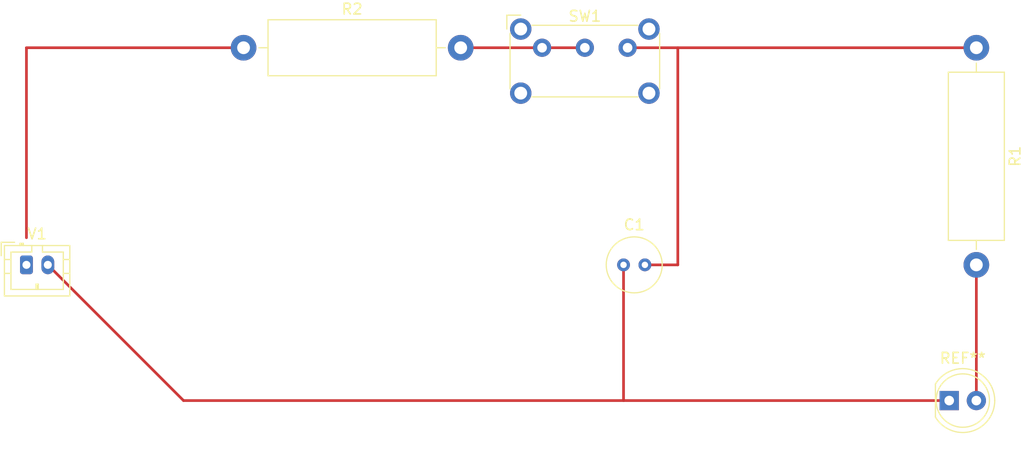
<source format=kicad_pcb>
(kicad_pcb (version 20211014) (generator pcbnew)
  (layers (0 "F.Cu" signal) (31 "B.Cu" signal) (34 "B.Paste" user) (35 "F.Paste" user) (36 "B.SilkS" user "B.Silkscreen") (37 "F.SilkS" user "F.Silkscreen") (38 "B.Mask" user) (39 "F.Mask" user) (44 "Edge.Cuts" user))
  (net 0 "")
  (footprint "Resistor_THT:R_Axial_DIN0516_L15.5mm_D5.0mm_P20.32mm_Horizontal" (layer "F.Cu") (at 53.34 104.14)
    (fp_text reference "R2" (at 10.16 -3.62) (layer "F.SilkS"))
    (fp_text value "2.2k")
    (fp_line (start 18.88 0) (end 18.03 0) (layer "F.SilkS") (width 0.12))
    (fp_line (start 1.44 0) (end 2.29 0) (layer "F.SilkS") (width 0.12))
    (fp_line (start 18.03 2.62) (end 18.03 -2.62) (layer "F.SilkS") (width 0.12))
    (fp_line (start 2.29 2.62) (end 18.03 2.62) (layer "F.SilkS") (width 0.12))
    (fp_line (start 2.29 -2.62) (end 2.29 2.62) (layer "F.SilkS") (width 0.12))
    (fp_line (start 18.03 -2.62) (end 2.29 -2.62) (layer "F.SilkS") (width 0.12))
    (pad "1" thru_hole circle (at 0 0) (size 2.4 2.4) (drill 1.2) (layers *.Cu *.Mask))
    (pad "2" thru_hole oval (at 20.32 0) (size 2.4 2.4) (drill 1.2) (layers *.Cu *.Mask))
  )
  (footprint "Button_Switch_THT:SW_E-Switch_EG1224_SPDT_Angled" (layer "F.Cu") (at 81.28 104.14)
    (fp_text reference "SW1" (at 4 -2.95) (layer "F.SilkS"))
    (fp_text value "")
    (fp_line (start 11 -1.35) (end 11 3.85) (layer "F.SilkS") (width 0.12))
    (fp_line (start -3.3 -1.75) (end -3.3 -3.05) (layer "F.SilkS") (width 0.12))
    (fp_line (start -0.95 -2.1) (end 8.95 -2.1) (layer "F.SilkS") (width 0.12))
    (fp_line (start -3 3.85) (end -3 -1.35) (layer "F.SilkS") (width 0.12))
    (fp_line (start -3.3 -3.05) (end -2 -3.05) (layer "F.SilkS") (width 0.12))
    (fp_line (start 8.95 4.6) (end -0.95 4.6) (layer "F.SilkS") (width 0.12))
    (pad "" thru_hole circle (at 10 4.25) (size 2 2) (drill 1.2) (layers *.Cu *.Mask))
    (pad "" thru_hole circle (at -2 -1.75) (size 2 2) (drill 1.2) (layers *.Cu *.Mask))
    (pad "" thru_hole circle (at -2 4.25) (size 2 2) (drill 1.2) (layers *.Cu *.Mask))
    (pad "" thru_hole circle (at 10 -1.75) (size 2 2) (drill 1.2) (layers *.Cu *.Mask))
    (pad "1" thru_hole circle (at 0 0) (size 1.7 1.7) (drill 0.9) (layers *.Cu *.Mask))
    (pad "2" thru_hole circle (at 4 0) (size 1.7 1.7) (drill 0.9) (layers *.Cu *.Mask))
    (pad "3" thru_hole circle (at 8 0) (size 1.7 1.7) (drill 0.9) (layers *.Cu *.Mask))
  )
  (footprint "Connector_JST:JST_PH_B2B-PH-K_1x02_P2.00mm_Vertical" (layer "F.Cu") (at 33.02 124.46)
    (fp_text reference "V1" (at 1 -2.9) (layer "F.SilkS"))
    (fp_text value "9V")
    (fp_line (start -1.45 -1.2) (end -1.45 2.3) (layer "F.SilkS") (width 0.12))
    (fp_line (start 0.5 -1.2) (end -1.45 -1.2) (layer "F.SilkS") (width 0.12))
    (fp_line (start 4.06 -1.81) (end -2.06 -1.81) (layer "F.SilkS") (width 0.12))
    (fp_line (start 0.5 -1.81) (end 0.5 -1.2) (layer "F.SilkS") (width 0.12))
    (fp_line (start 1.1 1.8) (end 1.1 2.3) (layer "F.SilkS") (width 0.12))
    (fp_line (start -0.3 -2.01) (end -0.6 -2.01) (layer "F.SilkS") (width 0.12))
    (fp_line (start -2.06 2.91) (end 4.06 2.91) (layer "F.SilkS") (width 0.12))
    (fp_line (start 4.06 0.8) (end 3.45 0.8) (layer "F.SilkS") (width 0.12))
    (fp_line (start -2.06 -1.81) (end -2.06 2.91) (layer "F.SilkS") (width 0.12))
    (fp_line (start -1.45 2.3) (end 3.45 2.3) (layer "F.SilkS") (width 0.12))
    (fp_line (start -2.06 -0.5) (end -1.45 -0.5) (layer "F.SilkS") (width 0.12))
    (fp_line (start -0.3 -1.91) (end -0.6 -1.91) (layer "F.SilkS") (width 0.12))
    (fp_line (start -2.06 0.8) (end -1.45 0.8) (layer "F.SilkS") (width 0.12))
    (fp_line (start 3.45 2.3) (end 3.45 -1.2) (layer "F.SilkS") (width 0.12))
    (fp_line (start 1.5 -1.2) (end 1.5 -1.81) (layer "F.SilkS") (width 0.12))
    (fp_line (start 4.06 -0.5) (end 3.45 -0.5) (layer "F.SilkS") (width 0.12))
    (fp_line (start -2.36 -2.11) (end -2.36 -0.86) (layer "F.SilkS") (width 0.12))
    (fp_line (start 0.9 1.8) (end 1.1 1.8) (layer "F.SilkS") (width 0.12))
    (fp_line (start 0.9 2.3) (end 0.9 1.8) (layer "F.SilkS") (width 0.12))
    (fp_line (start 1 2.3) (end 1 1.8) (layer "F.SilkS") (width 0.12))
    (fp_line (start 3.45 -1.2) (end 1.5 -1.2) (layer "F.SilkS") (width 0.12))
    (fp_line (start -1.11 -2.11) (end -2.36 -2.11) (layer "F.SilkS") (width 0.12))
    (fp_line (start 4.06 2.91) (end 4.06 -1.81) (layer "F.SilkS") (width 0.12))
    (fp_line (start -0.6 -2.01) (end -0.6 -1.81) (layer "F.SilkS") (width 0.12))
    (fp_line (start -0.3 -1.81) (end -0.3 -2.01) (layer "F.SilkS") (width 0.12))
    (pad "1" thru_hole roundrect (at 0 0) (size 1.2 1.75) (drill 0.75) (layers *.Cu *.Mask) (roundrect_rratio 0.208333))
    (pad "2" thru_hole oval (at 2 0) (size 1.2 1.75) (drill 0.75) (layers *.Cu *.Mask))
  )
  (footprint "LED_THT:LED_D5.0mm" (layer "F.Cu") (at 119.38 137.16)
    (fp_text reference "REF**" (at 1.27 -3.96) (layer "F.SilkS"))
    (fp_text value "LED_D5.0mm")
    (fp_line (start -1.29 -1.545) (end -1.29 1.545) (layer "F.SilkS") (width 0.12))
    (fp_arc (start 4.26 -0.000462) (mid 2.072002 2.880433) (end -1.29 1.54483) (layer "F.SilkS") (width 0.12))
    (fp_arc (start -1.29 -1.54483) (mid 2.072002 -2.880433) (end 4.26 0.000462) (layer "F.SilkS") (width 0.12))
    (fp_circle (center 1.27 0) (end 3.77 0) (layer "F.SilkS") (width 0.12) (fill none))
    (pad "1" thru_hole rect (at 0 0) (size 1.8 1.8) (drill 0.9) (layers *.Cu *.Mask))
    (pad "2" thru_hole circle (at 2.54 0) (size 1.8 1.8) (drill 0.9) (layers *.Cu *.Mask))
  )
  (footprint "Capacitor_THT:C_Radial_D5.0mm_H5.0mm_P2.00mm" (layer "F.Cu") (at 88.9 124.46)
    (fp_text reference "C1" (at 1 -3.75) (layer "F.SilkS"))
    (fp_text value "4.7 uF")
    (fp_circle (center 1 0) (end 3.62 0) (layer "F.SilkS") (width 0.12) (fill none))
    (pad "1" thru_hole circle (at 0 0) (size 1.2 1.2) (drill 0.6) (layers *.Cu *.Mask))
    (pad "2" thru_hole circle (at 2 0) (size 1.2 1.2) (drill 0.6) (layers *.Cu *.Mask))
  )
  (footprint "Resistor_THT:R_Axial_DIN0516_L15.5mm_D5.0mm_P20.32mm_Horizontal" (layer "F.Cu") (at 121.92 104.14 -90)
    (fp_text reference "R1" (at 10.16 -3.62 90) (layer "F.SilkS"))
    (fp_text value "20k")
    (fp_line (start 1.44 0) (end 2.29 0) (layer "F.SilkS") (width 0.12))
    (fp_line (start 2.29 2.62) (end 18.03 2.62) (layer "F.SilkS") (width 0.12))
    (fp_line (start 18.03 2.62) (end 18.03 -2.62) (layer "F.SilkS") (width 0.12))
    (fp_line (start 18.03 -2.62) (end 2.29 -2.62) (layer "F.SilkS") (width 0.12))
    (fp_line (start 18.88 0) (end 18.03 0) (layer "F.SilkS") (width 0.12))
    (fp_line (start 2.29 -2.62) (end 2.29 2.62) (layer "F.SilkS") (width 0.12))
    (pad "1" thru_hole circle (at 0 0 270) (size 2.4 2.4) (drill 1.2) (layers *.Cu *.Mask))
    (pad "2" thru_hole oval (at 20.32 0 270) (size 2.4 2.4) (drill 1.2) (layers *.Cu *.Mask))
  )
  (segment (start 73.66 104.14) (end 85.28 104.14) (width 0.25) (layer "F.Cu") (net 0))
  (segment (start 33.02 121.92) (end 33.02 104.14) (width 0.25) (layer "F.Cu") (net 0))
  (segment (start 93.98 104.14) (end 93.98 124.46) (width 0.25) (layer "F.Cu") (net 0))
  (segment (start 89.28 104.14) (end 93.98 104.14) (width 0.25) (layer "F.Cu") (net 0))
  (segment (start 33.02 104.14) (end 53.34 104.14) (width 0.25) (layer "F.Cu") (net 0))
  (segment (start 93.98 124.46) (end 90.9 124.46) (width 0.25) (layer "F.Cu") (net 0))
  (segment (start 119.38 137.16) (end 47.72 137.16) (width 0.25) (layer "F.Cu") (net 0))
  (segment (start 47.72 137.16) (end 35.02 124.46) (width 0.25) (layer "F.Cu") (net 0))
  (segment (start 121.92 124.46) (end 121.92 137.16) (width 0.25) (layer "F.Cu") (net 0))
  (segment (start 93.98 104.14) (end 121.92 104.14) (width 0.25) (layer "F.Cu") (net 0))
  (segment (start 88.9 124.46) (end 88.9 137.16) (width 0.25) (layer "F.Cu") (net 0))
)
</source>
